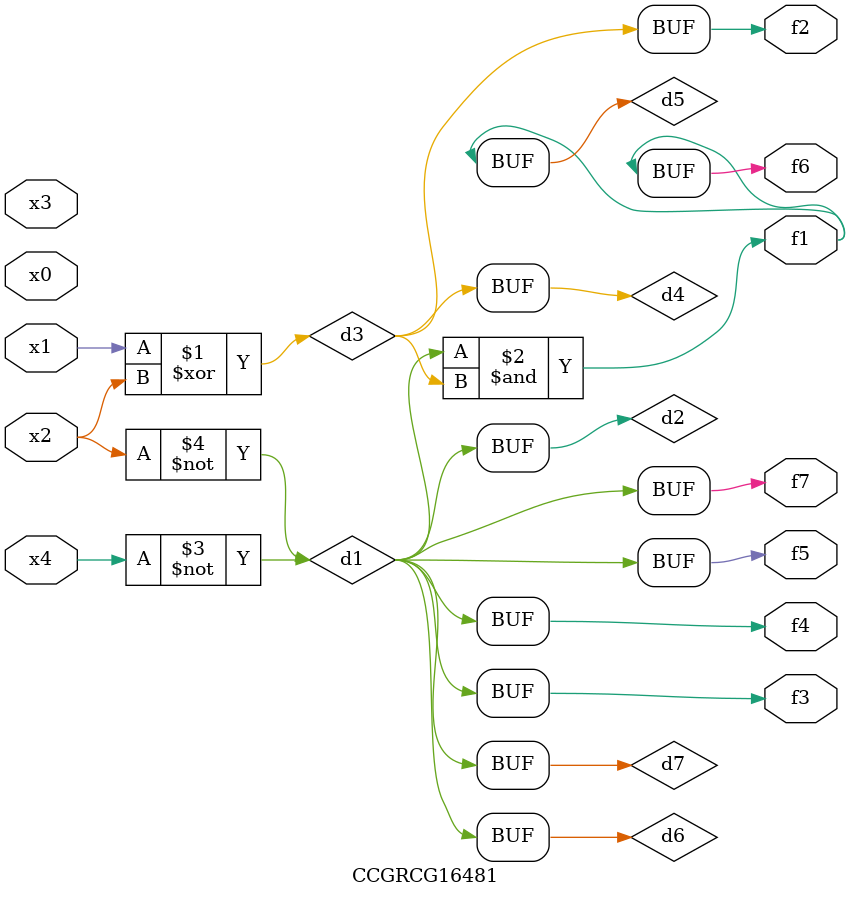
<source format=v>
module CCGRCG16481(
	input x0, x1, x2, x3, x4,
	output f1, f2, f3, f4, f5, f6, f7
);

	wire d1, d2, d3, d4, d5, d6, d7;

	not (d1, x4);
	not (d2, x2);
	xor (d3, x1, x2);
	buf (d4, d3);
	and (d5, d1, d3);
	buf (d6, d1, d2);
	buf (d7, d2);
	assign f1 = d5;
	assign f2 = d4;
	assign f3 = d7;
	assign f4 = d7;
	assign f5 = d7;
	assign f6 = d5;
	assign f7 = d7;
endmodule

</source>
